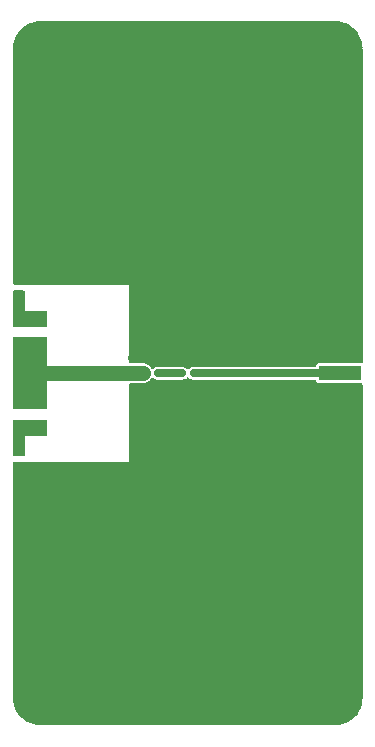
<source format=gtl>
G04 #@! TF.GenerationSoftware,KiCad,Pcbnew,(6.0.9)*
G04 #@! TF.CreationDate,2023-11-11T16:39:11+09:00*
G04 #@! TF.ProjectId,GGBLA125A_Evaluation_Board,4747424c-4131-4323-9541-5f4576616c75,rev?*
G04 #@! TF.SameCoordinates,Original*
G04 #@! TF.FileFunction,Copper,L1,Top*
G04 #@! TF.FilePolarity,Positive*
%FSLAX46Y46*%
G04 Gerber Fmt 4.6, Leading zero omitted, Abs format (unit mm)*
G04 Created by KiCad (PCBNEW (6.0.9)) date 2023-11-11 16:39:11*
%MOMM*%
%LPD*%
G01*
G04 APERTURE LIST*
G04 Aperture macros list*
%AMRoundRect*
0 Rectangle with rounded corners*
0 $1 Rounding radius*
0 $2 $3 $4 $5 $6 $7 $8 $9 X,Y pos of 4 corners*
0 Add a 4 corners polygon primitive as box body*
4,1,4,$2,$3,$4,$5,$6,$7,$8,$9,$2,$3,0*
0 Add four circle primitives for the rounded corners*
1,1,$1+$1,$2,$3*
1,1,$1+$1,$4,$5*
1,1,$1+$1,$6,$7*
1,1,$1+$1,$8,$9*
0 Add four rect primitives between the rounded corners*
20,1,$1+$1,$2,$3,$4,$5,0*
20,1,$1+$1,$4,$5,$6,$7,0*
20,1,$1+$1,$6,$7,$8,$9,0*
20,1,$1+$1,$8,$9,$2,$3,0*%
G04 Aperture macros list end*
G04 #@! TA.AperFunction,SMDPad,CuDef*
%ADD10R,3.600000X1.270000*%
G04 #@! TD*
G04 #@! TA.AperFunction,SMDPad,CuDef*
%ADD11R,4.200000X1.350000*%
G04 #@! TD*
G04 #@! TA.AperFunction,SMDPad,CuDef*
%ADD12RoundRect,0.140000X-0.140000X-0.170000X0.140000X-0.170000X0.140000X0.170000X-0.140000X0.170000X0*%
G04 #@! TD*
G04 #@! TA.AperFunction,SMDPad,CuDef*
%ADD13RoundRect,0.140000X0.170000X-0.140000X0.170000X0.140000X-0.170000X0.140000X-0.170000X-0.140000X0*%
G04 #@! TD*
G04 #@! TA.AperFunction,SMDPad,CuDef*
%ADD14RoundRect,0.135000X-0.185000X0.135000X-0.185000X-0.135000X0.185000X-0.135000X0.185000X0.135000X0*%
G04 #@! TD*
G04 #@! TA.AperFunction,SMDPad,CuDef*
%ADD15RoundRect,0.135000X0.185000X-0.135000X0.185000X0.135000X-0.185000X0.135000X-0.185000X-0.135000X0*%
G04 #@! TD*
G04 #@! TA.AperFunction,SMDPad,CuDef*
%ADD16R,2.900000X6.100000*%
G04 #@! TD*
G04 #@! TA.AperFunction,SMDPad,CuDef*
%ADD17R,2.900000X1.350000*%
G04 #@! TD*
G04 #@! TA.AperFunction,SMDPad,CuDef*
%ADD18RoundRect,0.135000X-0.135000X-0.185000X0.135000X-0.185000X0.135000X0.185000X-0.135000X0.185000X0*%
G04 #@! TD*
G04 #@! TA.AperFunction,ViaPad*
%ADD19C,0.600000*%
G04 #@! TD*
G04 #@! TA.AperFunction,Conductor*
%ADD20C,0.678000*%
G04 #@! TD*
G04 #@! TA.AperFunction,Conductor*
%ADD21C,1.300000*%
G04 #@! TD*
G04 APERTURE END LIST*
D10*
X127900000Y-120000000D03*
D11*
X127700000Y-117175000D03*
X127700000Y-122825000D03*
D12*
X111520000Y-120000000D03*
X112480000Y-120000000D03*
D13*
X113500000Y-120000000D03*
X113500000Y-119040000D03*
D14*
X100700000Y-126750000D03*
X100700000Y-127770000D03*
D15*
X100700000Y-113250000D03*
X100700000Y-112230000D03*
D16*
X101650000Y-120000000D03*
D17*
X101650000Y-124625000D03*
X101650000Y-115375000D03*
D18*
X114490000Y-120000000D03*
X115510000Y-120000000D03*
D13*
X110310000Y-119630000D03*
X110310000Y-118670000D03*
D19*
X126176000Y-123810000D03*
X127700000Y-123810000D03*
X129224000Y-123810000D03*
X126176000Y-116190000D03*
X127700000Y-116190000D03*
X129224000Y-116190000D03*
X129175000Y-121150000D03*
X128550000Y-121150000D03*
X126050000Y-121150000D03*
X127300000Y-121150000D03*
X127925000Y-121150000D03*
X126675000Y-121150000D03*
X129175000Y-118850000D03*
X128550000Y-118850000D03*
X127925000Y-118850000D03*
X127300000Y-118850000D03*
X126675000Y-118850000D03*
X126050000Y-118850000D03*
X122500000Y-114000000D03*
X115000000Y-114000000D03*
X122500000Y-126000000D03*
X115000000Y-126000000D03*
X120500000Y-123000000D03*
X116500000Y-123000000D03*
X124500000Y-123000000D03*
X112500000Y-123000000D03*
X112500000Y-117000000D03*
X116500000Y-117000000D03*
X120500000Y-117000000D03*
X124500000Y-117000000D03*
X115000000Y-100000000D03*
X122500000Y-95000000D03*
X122500000Y-105000000D03*
X115000000Y-110000000D03*
X107500000Y-105000000D03*
X115000000Y-105000000D03*
X122500000Y-110000000D03*
X107500000Y-100000000D03*
X107500000Y-110000000D03*
X122500000Y-100000000D03*
X107500000Y-95000000D03*
X115000000Y-95000000D03*
X107500000Y-145000000D03*
X115000000Y-145000000D03*
X122500000Y-145000000D03*
X122500000Y-140000000D03*
X115000000Y-140000000D03*
X107500000Y-140000000D03*
X107500000Y-135000000D03*
X115000000Y-135000000D03*
X122500000Y-135000000D03*
X122500000Y-130000000D03*
X107500000Y-130000000D03*
X115000000Y-130000000D03*
X101500000Y-148500000D03*
X128500000Y-148500000D03*
X128500000Y-91500000D03*
X101500000Y-91500000D03*
X118810000Y-90790000D03*
X126430000Y-90790000D03*
X123890000Y-90790000D03*
X113730000Y-90790000D03*
X106110000Y-90790000D03*
X108650000Y-90790000D03*
X103570000Y-90790000D03*
X121350000Y-90790000D03*
X111190000Y-90790000D03*
X116270000Y-90790000D03*
X106110000Y-149210000D03*
X111190000Y-149210000D03*
X108650000Y-149210000D03*
X103570000Y-149210000D03*
X121350000Y-149210000D03*
X126430000Y-149210000D03*
X123890000Y-149210000D03*
X118810000Y-149210000D03*
X113730000Y-149210000D03*
X116270000Y-149210000D03*
X129224000Y-113904000D03*
X129224000Y-126096000D03*
X129224000Y-108824000D03*
X129224000Y-93584000D03*
X129224000Y-101204000D03*
X129224000Y-106284000D03*
X129224000Y-96124000D03*
X129224000Y-98664000D03*
X129224000Y-103744000D03*
X129224000Y-111364000D03*
X129224000Y-131176000D03*
X129224000Y-146416000D03*
X129224000Y-138796000D03*
X129224000Y-133716000D03*
X129224000Y-143876000D03*
X129224000Y-141336000D03*
X129224000Y-136256000D03*
X129224000Y-128636000D03*
X100776000Y-93584000D03*
X100776000Y-108824000D03*
X100776000Y-101204000D03*
X100776000Y-96124000D03*
X100776000Y-106284000D03*
X100776000Y-103744000D03*
X100776000Y-98664000D03*
X100776000Y-143876000D03*
X100776000Y-141336000D03*
X100776000Y-138796000D03*
X100776000Y-146416000D03*
X100776000Y-136256000D03*
X100776000Y-133716000D03*
X100776000Y-131176000D03*
X100776000Y-128636000D03*
X100776000Y-111364000D03*
X122375000Y-120850000D03*
X111775000Y-121000000D03*
X124250000Y-119150000D03*
X116125000Y-120850000D03*
X103350000Y-127800000D03*
X123000000Y-119150000D03*
X104650000Y-127800000D03*
X107900000Y-112200000D03*
X110300000Y-122800000D03*
X110550000Y-121175000D03*
X102700000Y-127800000D03*
X114875000Y-119150000D03*
X110300000Y-115250000D03*
X110300000Y-116550000D03*
X116125000Y-119150000D03*
X121750000Y-120850000D03*
X114250000Y-119150000D03*
X115500000Y-119150000D03*
X121125000Y-120850000D03*
X112750000Y-119150000D03*
X110300000Y-123450000D03*
X116750000Y-119150000D03*
X107900000Y-127800000D03*
X110300000Y-114600000D03*
X118000000Y-119150000D03*
X106600000Y-127800000D03*
X103350000Y-112200000D03*
X107250000Y-112200000D03*
X118625000Y-119150000D03*
X105300000Y-127800000D03*
X110300000Y-125400000D03*
X114875000Y-120850000D03*
X119875000Y-120850000D03*
X120500000Y-119150000D03*
X121125000Y-119150000D03*
X110300000Y-127350000D03*
X119250000Y-120850000D03*
X108550000Y-112200000D03*
X101400000Y-127800000D03*
X112125000Y-119150000D03*
X124250000Y-120850000D03*
X113500000Y-118450000D03*
X110300000Y-126700000D03*
X110300000Y-115900000D03*
X110300000Y-126050000D03*
X111550000Y-118875000D03*
X104000000Y-127800000D03*
X110300000Y-124100000D03*
X102050000Y-112200000D03*
X110300000Y-113950000D03*
X113000000Y-120850000D03*
X118000000Y-120850000D03*
X112375000Y-120850000D03*
X106600000Y-112200000D03*
X105950000Y-127800000D03*
X113625000Y-120850000D03*
X105300000Y-112200000D03*
X123625000Y-119150000D03*
X104000000Y-112200000D03*
X110925000Y-118825000D03*
X109850000Y-112200000D03*
X124875000Y-120850000D03*
X110300000Y-122150000D03*
X105950000Y-112200000D03*
X102700000Y-112200000D03*
X124875000Y-119150000D03*
X110300000Y-117850000D03*
X119875000Y-119150000D03*
X123625000Y-120850000D03*
X107250000Y-127800000D03*
X110300000Y-124750000D03*
X101400000Y-112200000D03*
X119250000Y-119150000D03*
X125500000Y-119150000D03*
X121750000Y-119150000D03*
X118625000Y-120850000D03*
X123000000Y-120850000D03*
X125500000Y-120850000D03*
X110300000Y-113300000D03*
X109200000Y-112200000D03*
X109850000Y-127800000D03*
X120500000Y-120850000D03*
X104650000Y-112200000D03*
X108550000Y-127800000D03*
X110300000Y-117200000D03*
X116750000Y-120850000D03*
X114250000Y-120850000D03*
X115500000Y-120850000D03*
X110300000Y-112650000D03*
X122375000Y-119150000D03*
X117375000Y-119150000D03*
X102050000Y-127800000D03*
X111175000Y-121175000D03*
X109200000Y-127800000D03*
X117375000Y-120850000D03*
D20*
X115510000Y-120000000D02*
X127900000Y-120000000D01*
D21*
X101650000Y-120000000D02*
X111180000Y-120000000D01*
D20*
X112480000Y-120000000D02*
X114490000Y-120000000D01*
G04 #@! TA.AperFunction,Conductor*
G36*
X103042121Y-123970002D02*
G01*
X103088614Y-124023658D01*
X103100000Y-124076000D01*
X103100000Y-125174000D01*
X103079998Y-125242121D01*
X103026342Y-125288614D01*
X102974000Y-125300000D01*
X101200000Y-125300000D01*
X101200000Y-126894000D01*
X101179998Y-126962121D01*
X101126342Y-127008614D01*
X101074000Y-127020000D01*
X100326500Y-127020000D01*
X100258379Y-126999998D01*
X100211886Y-126946342D01*
X100200500Y-126894000D01*
X100200500Y-124076000D01*
X100220502Y-124007879D01*
X100274158Y-123961386D01*
X100326500Y-123950000D01*
X102974000Y-123950000D01*
X103042121Y-123970002D01*
G37*
G04 #@! TD.AperFunction*
G04 #@! TA.AperFunction,Conductor*
G36*
X101142121Y-113000002D02*
G01*
X101188614Y-113053658D01*
X101200000Y-113106000D01*
X101200000Y-114700000D01*
X102974000Y-114700000D01*
X103042121Y-114720002D01*
X103088614Y-114773658D01*
X103100000Y-114826000D01*
X103100000Y-115924000D01*
X103079998Y-115992121D01*
X103026342Y-116038614D01*
X102974000Y-116050000D01*
X100326500Y-116050000D01*
X100258379Y-116029998D01*
X100211886Y-115976342D01*
X100200500Y-115924000D01*
X100200500Y-113106000D01*
X100220502Y-113037879D01*
X100274158Y-112991386D01*
X100326500Y-112980000D01*
X101074000Y-112980000D01*
X101142121Y-113000002D01*
G37*
G04 #@! TD.AperFunction*
G04 #@! TA.AperFunction,Conductor*
G36*
X115086226Y-120367856D02*
G01*
X115094579Y-120377496D01*
X115095935Y-120380404D01*
X115179596Y-120464065D01*
X115189588Y-120468725D01*
X115189589Y-120468725D01*
X115256440Y-120499898D01*
X115286827Y-120514068D01*
X115335684Y-120520500D01*
X115349767Y-120520500D01*
X115384920Y-120525503D01*
X115430447Y-120538730D01*
X115437446Y-120539244D01*
X115438625Y-120539331D01*
X115438636Y-120539331D01*
X115440932Y-120539500D01*
X125774559Y-120539500D01*
X125842680Y-120559502D01*
X125889173Y-120613158D01*
X125899500Y-120651473D01*
X125899500Y-120654748D01*
X125911133Y-120713231D01*
X125955448Y-120779552D01*
X126021769Y-120823867D01*
X126033938Y-120826288D01*
X126033939Y-120826288D01*
X126069599Y-120833381D01*
X126080252Y-120835500D01*
X129673500Y-120835500D01*
X129741621Y-120855502D01*
X129788114Y-120909158D01*
X129799500Y-120961500D01*
X129799500Y-147462920D01*
X129797534Y-147480241D01*
X129797524Y-147485810D01*
X129794344Y-147499641D01*
X129797477Y-147513483D01*
X129797452Y-147527671D01*
X129796703Y-147527670D01*
X129797346Y-147535610D01*
X129783194Y-147769567D01*
X129781360Y-147784671D01*
X129734055Y-148042808D01*
X129730414Y-148057581D01*
X129652337Y-148308140D01*
X129646943Y-148322363D01*
X129539235Y-148561679D01*
X129532164Y-148575152D01*
X129396395Y-148799741D01*
X129387752Y-148812263D01*
X129225896Y-149018857D01*
X129215806Y-149030245D01*
X129030245Y-149215806D01*
X129018857Y-149225896D01*
X128812263Y-149387752D01*
X128799741Y-149396395D01*
X128575152Y-149532164D01*
X128561681Y-149539234D01*
X128322363Y-149646943D01*
X128308145Y-149652335D01*
X128070650Y-149726341D01*
X128057581Y-149730414D01*
X128042808Y-149734055D01*
X127784671Y-149781360D01*
X127769567Y-149783194D01*
X127686817Y-149788200D01*
X127536053Y-149797319D01*
X127528232Y-149797549D01*
X127514189Y-149797524D01*
X127500359Y-149794344D01*
X127486520Y-149797476D01*
X127481689Y-149797467D01*
X127463496Y-149799500D01*
X102537080Y-149799500D01*
X102519759Y-149797534D01*
X102514190Y-149797524D01*
X102500359Y-149794344D01*
X102486517Y-149797477D01*
X102472329Y-149797452D01*
X102472330Y-149796703D01*
X102464390Y-149797346D01*
X102230433Y-149783194D01*
X102215329Y-149781360D01*
X101957192Y-149734055D01*
X101942419Y-149730414D01*
X101929350Y-149726341D01*
X101691855Y-149652335D01*
X101677637Y-149646943D01*
X101438319Y-149539234D01*
X101424848Y-149532164D01*
X101200259Y-149396395D01*
X101187737Y-149387752D01*
X100981143Y-149225896D01*
X100969755Y-149215806D01*
X100784194Y-149030245D01*
X100774104Y-149018857D01*
X100612248Y-148812263D01*
X100603605Y-148799741D01*
X100467836Y-148575152D01*
X100460765Y-148561679D01*
X100353057Y-148322363D01*
X100347663Y-148308140D01*
X100269586Y-148057581D01*
X100265945Y-148042808D01*
X100218640Y-147784671D01*
X100216806Y-147769567D01*
X100202692Y-147536242D01*
X100203288Y-147514226D01*
X100204042Y-147507677D01*
X100205655Y-147500718D01*
X100205656Y-147500000D01*
X100203654Y-147491225D01*
X100200500Y-147463210D01*
X100200500Y-127626000D01*
X100220502Y-127557879D01*
X100274158Y-127511386D01*
X100326500Y-127500000D01*
X110000000Y-127500000D01*
X110000000Y-120976500D01*
X110020002Y-120908379D01*
X110073658Y-120861886D01*
X110126000Y-120850500D01*
X111226164Y-120850500D01*
X111363709Y-120835558D01*
X111538848Y-120776617D01*
X111697244Y-120681443D01*
X111702206Y-120676751D01*
X111826549Y-120559165D01*
X111826551Y-120559163D01*
X111831507Y-120554476D01*
X111835339Y-120548838D01*
X111835342Y-120548834D01*
X111912371Y-120435490D01*
X111967204Y-120390392D01*
X112037715Y-120382098D01*
X112105678Y-120417218D01*
X112141684Y-120453224D01*
X112151676Y-120457883D01*
X112151677Y-120457884D01*
X112174926Y-120468725D01*
X112250513Y-120503972D01*
X112282902Y-120508236D01*
X112296413Y-120510015D01*
X112315119Y-120513940D01*
X112394110Y-120536889D01*
X112400447Y-120538730D01*
X112407446Y-120539244D01*
X112408625Y-120539331D01*
X112408636Y-120539331D01*
X112410932Y-120539500D01*
X114527026Y-120539500D01*
X114531273Y-120538918D01*
X114531276Y-120538918D01*
X114627934Y-120525677D01*
X114636446Y-120524511D01*
X114637367Y-120524112D01*
X114656126Y-120521543D01*
X114656075Y-120520770D01*
X114660195Y-120520500D01*
X114664316Y-120520500D01*
X114713173Y-120514068D01*
X114743561Y-120499898D01*
X114810411Y-120468725D01*
X114810412Y-120468725D01*
X114820404Y-120464065D01*
X114904065Y-120380404D01*
X114904753Y-120381092D01*
X114952247Y-120343131D01*
X115022867Y-120335823D01*
X115086226Y-120367856D01*
G37*
G04 #@! TD.AperFunction*
G04 #@! TA.AperFunction,Conductor*
G36*
X127480241Y-90202466D02*
G01*
X127485810Y-90202476D01*
X127499641Y-90205656D01*
X127513483Y-90202523D01*
X127527671Y-90202548D01*
X127527670Y-90203297D01*
X127535610Y-90202654D01*
X127769567Y-90216806D01*
X127784671Y-90218640D01*
X128042808Y-90265945D01*
X128057581Y-90269586D01*
X128308145Y-90347665D01*
X128322363Y-90353057D01*
X128394085Y-90385337D01*
X128561679Y-90460765D01*
X128575152Y-90467836D01*
X128799741Y-90603605D01*
X128812263Y-90612248D01*
X129018857Y-90774104D01*
X129030245Y-90784194D01*
X129215806Y-90969755D01*
X129225896Y-90981143D01*
X129387752Y-91187737D01*
X129396395Y-91200259D01*
X129532164Y-91424848D01*
X129539234Y-91438319D01*
X129615006Y-91606676D01*
X129646941Y-91677633D01*
X129652337Y-91691860D01*
X129730414Y-91942419D01*
X129734055Y-91957192D01*
X129781360Y-92215329D01*
X129783194Y-92230433D01*
X129797319Y-92463939D01*
X129797549Y-92471768D01*
X129797524Y-92485811D01*
X129794344Y-92499641D01*
X129797476Y-92513480D01*
X129797467Y-92518311D01*
X129799500Y-92536504D01*
X129799500Y-119038500D01*
X129779498Y-119106621D01*
X129725842Y-119153114D01*
X129673500Y-119164500D01*
X126080252Y-119164500D01*
X126074184Y-119165707D01*
X126033939Y-119173712D01*
X126033938Y-119173712D01*
X126021769Y-119176133D01*
X125955448Y-119220448D01*
X125911133Y-119286769D01*
X125899500Y-119345252D01*
X125899500Y-119347969D01*
X125873370Y-119412682D01*
X125815415Y-119453692D01*
X125774559Y-119460500D01*
X115472974Y-119460500D01*
X115468727Y-119461082D01*
X115468724Y-119461082D01*
X115382977Y-119472828D01*
X115363554Y-119475489D01*
X115362633Y-119475888D01*
X115343874Y-119478457D01*
X115343925Y-119479230D01*
X115339805Y-119479500D01*
X115335684Y-119479500D01*
X115286827Y-119485932D01*
X115278091Y-119490006D01*
X115278090Y-119490006D01*
X115210333Y-119521602D01*
X115179596Y-119535935D01*
X115095935Y-119619596D01*
X115095247Y-119618908D01*
X115047753Y-119656869D01*
X114977133Y-119664177D01*
X114913774Y-119632144D01*
X114905421Y-119622504D01*
X114904065Y-119619596D01*
X114820404Y-119535935D01*
X114789667Y-119521602D01*
X114721910Y-119490006D01*
X114721909Y-119490006D01*
X114713173Y-119485932D01*
X114664316Y-119479500D01*
X114650233Y-119479500D01*
X114615080Y-119474497D01*
X114607985Y-119472436D01*
X114569553Y-119461270D01*
X114562554Y-119460756D01*
X114561375Y-119460669D01*
X114561364Y-119460669D01*
X114559068Y-119460500D01*
X112442974Y-119460500D01*
X112438727Y-119461082D01*
X112438724Y-119461082D01*
X112342064Y-119474323D01*
X112342062Y-119474323D01*
X112333554Y-119475489D01*
X112323042Y-119480038D01*
X112317791Y-119482310D01*
X112284198Y-119491594D01*
X112269863Y-119493481D01*
X112250513Y-119496028D01*
X112241779Y-119500101D01*
X112241778Y-119500101D01*
X112151677Y-119542116D01*
X112141684Y-119546776D01*
X112105936Y-119582524D01*
X112043624Y-119616550D01*
X111972809Y-119611485D01*
X111915973Y-119568938D01*
X111905385Y-119552196D01*
X111892440Y-119527644D01*
X111892438Y-119527641D01*
X111889254Y-119521602D01*
X111769980Y-119380460D01*
X111723930Y-119345252D01*
X111628601Y-119272367D01*
X111628597Y-119272364D01*
X111623180Y-119268223D01*
X111617000Y-119265341D01*
X111616998Y-119265340D01*
X111461880Y-119193007D01*
X111461877Y-119193006D01*
X111455703Y-119190127D01*
X111449058Y-119188642D01*
X111449053Y-119188640D01*
X111290113Y-119153114D01*
X111275363Y-119149817D01*
X111269693Y-119149500D01*
X110126000Y-119149500D01*
X110057879Y-119129498D01*
X110011386Y-119075842D01*
X110000000Y-119023500D01*
X110000000Y-112500000D01*
X100326500Y-112500000D01*
X100258379Y-112479998D01*
X100211886Y-112426342D01*
X100200500Y-112374000D01*
X100200500Y-92537371D01*
X100203755Y-92508918D01*
X100204043Y-92507676D01*
X100204044Y-92507669D01*
X100205655Y-92500718D01*
X100205656Y-92500000D01*
X100204075Y-92493067D01*
X100203283Y-92485993D01*
X100204466Y-92485861D01*
X100202671Y-92464111D01*
X100202682Y-92463939D01*
X100216806Y-92230433D01*
X100218640Y-92215329D01*
X100265945Y-91957192D01*
X100269586Y-91942419D01*
X100347663Y-91691860D01*
X100353059Y-91677633D01*
X100384995Y-91606676D01*
X100460766Y-91438319D01*
X100467836Y-91424848D01*
X100603605Y-91200259D01*
X100612248Y-91187737D01*
X100774104Y-90981143D01*
X100784194Y-90969755D01*
X100969755Y-90784194D01*
X100981143Y-90774104D01*
X101187737Y-90612248D01*
X101200259Y-90603605D01*
X101424848Y-90467836D01*
X101438321Y-90460765D01*
X101605915Y-90385337D01*
X101677637Y-90353057D01*
X101691855Y-90347665D01*
X101942419Y-90269586D01*
X101957192Y-90265945D01*
X102215329Y-90218640D01*
X102230433Y-90216806D01*
X102313183Y-90211800D01*
X102463947Y-90202681D01*
X102471768Y-90202451D01*
X102485811Y-90202476D01*
X102499641Y-90205656D01*
X102513480Y-90202524D01*
X102518311Y-90202533D01*
X102536504Y-90200500D01*
X127462920Y-90200500D01*
X127480241Y-90202466D01*
G37*
G04 #@! TD.AperFunction*
M02*

</source>
